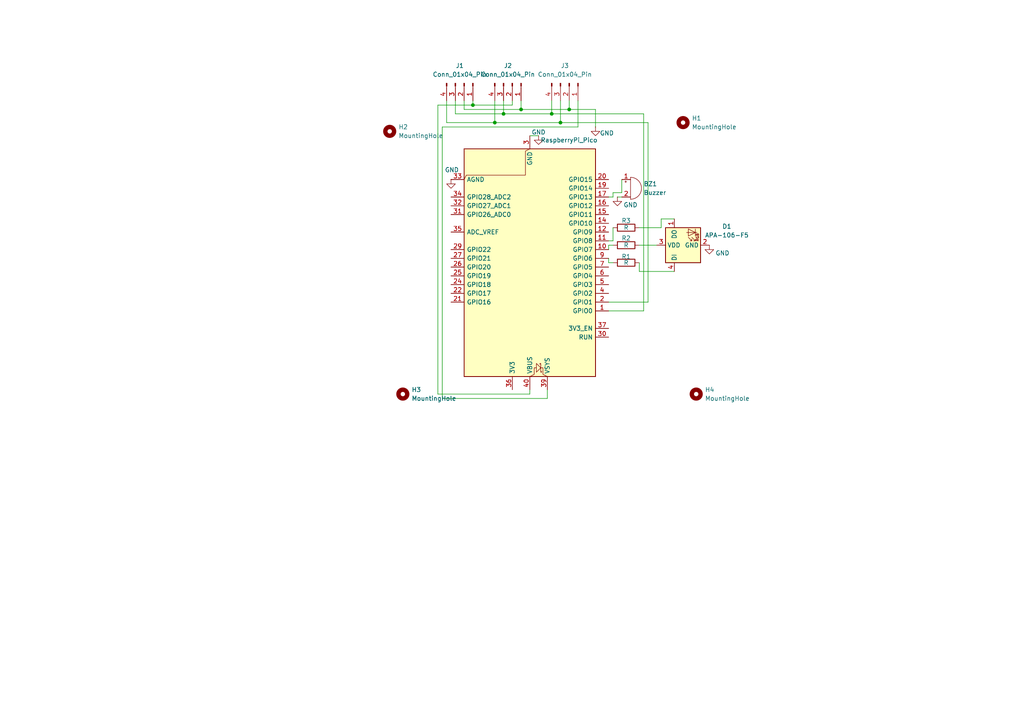
<source format=kicad_sch>
(kicad_sch (version 20250114) (generator "eeschema") (generator_version "9.0")
  (paper "A4")
  (lib_symbols
    (symbol "Connector:Conn_01x04_Pin" (pin_names (offset 1.016) (hide yes))
      (property "Reference" "J" (at 0 5.08 0))
      (property "Value" "Conn_01x04_Pin" (at 0 -7.62 0))
      (symbol "Conn_01x04_Pin_1_1"
        (rectangle (start 0.8636 2.667) (end 0 2.413) (stroke (width 0.1524)) (fill (type outline)))
        (rectangle (start 0.8636 0.127) (end 0 -0.127) (stroke (width 0.1524)) (fill (type outline)))
        (rectangle (start 0.8636 -2.413) (end 0 -2.667) (stroke (width 0.1524)) (fill (type outline)))
        (rectangle (start 0.8636 -4.953) (end 0 -5.207) (stroke (width 0.1524)) (fill (type outline)))
        (polyline (pts (xy 1.27 2.54) (xy 0.8636 2.54)) (stroke (width 0.1524)))
        (polyline (pts (xy 1.27 0) (xy 0.8636 0)) (stroke (width 0.1524)))
        (polyline (pts (xy 1.27 -2.54) (xy 0.8636 -2.54)) (stroke (width 0.1524)))
        (polyline (pts (xy 1.27 -5.08) (xy 0.8636 -5.08)) (stroke (width 0.1524)))
        (pin passive line (at 5.08 2.54 180) (length 3.81) (name "Pin_1") (number "1"))
        (pin passive line (at 5.08 0 180) (length 3.81) (name "Pin_2") (number "2"))
        (pin passive line (at 5.08 -2.54 180) (length 3.81) (name "Pin_3") (number "3"))
        (pin passive line (at 5.08 -5.08 180) (length 3.81) (name "Pin_4") (number "4"))
      )
    )
    (symbol "Device:Buzzer" (pin_names (offset 0.0254) (hide yes))
      (property "Reference" "BZ" (at 3.81 1.27 0))
      (property "Value" "Buzzer" (at 3.81 -1.27 0))
      (symbol "Buzzer_0_1"
        (polyline (pts (xy -1.651 1.905) (xy -1.143 1.905)))
        (polyline (pts (xy -1.397 2.159) (xy -1.397 1.651)))
        (arc (start 0 3.175) (mid 3.1612 0) (end 0 -3.175))
        (polyline (pts (xy 0 3.175) (xy 0 -3.175)))
      )
      (symbol "Buzzer_1_1"
        (pin passive line (at -2.54 2.54 0) (length 2.54) (name "+") (number "1"))
        (pin passive line (at -2.54 -2.54 0) (length 2.54) (name "-") (number "2"))
      )
    )
    (symbol "Device:R" (pin_numbers (hide yes)) (pin_names (offset 0))
      (property "Reference" "R" (at 2.032 0 90))
      (property "Value" "R" (at 0 0 90))
      (symbol "R_0_1"
        (rectangle (start -1.016 -2.54) (end 1.016 2.54) (stroke (width 0.254)))
      )
      (symbol "R_1_1"
        (pin passive line (at 0 3.81 270) (length 1.27) (name "~") (number "1"))
        (pin passive line (at 0 -3.81 90) (length 1.27) (name "~") (number "2"))
      )
    )
    (symbol "LED:APA-106-F5"
      (property "Reference" "D" (at 5.08 5.715 0))
      (property "Value" "APA-106-F5" (at 1.27 -5.715 0))
      (symbol "APA-106-F5_0_0"
        (text "RGB" (at 2.286 -4.191 0) (effects (font (size 0.762 0.762))))
      )
      (symbol "APA-106-F5_0_1"
        (polyline (pts (xy 1.27 -2.54) (xy 1.778 -2.54)))
        (polyline (pts (xy 1.27 -3.556) (xy 1.778 -3.556)))
        (polyline (pts (xy 2.286 -1.524) (xy 1.27 -2.54) (xy 1.27 -2.032)))
        (polyline (pts (xy 2.286 -2.54) (xy 1.27 -3.556) (xy 1.27 -3.048)))
        (polyline (pts (xy 3.683 -1.016) (xy 3.683 -3.556) (xy 3.683 -4.064)))
        (polyline (pts (xy 4.699 -1.524) (xy 2.667 -1.524) (xy 3.683 -3.556) (xy 4.699 -1.524)))
        (polyline (pts (xy 4.699 -3.556) (xy 2.667 -3.556)))
        (rectangle (start 5.08 5.08) (end -5.08 -5.08) (stroke (width 0.254)) (fill (type background)))
      )
      (symbol "APA-106-F5_1_1"
        (pin input line (at -7.62 2.54 0) (length 2.54) (name "DI") (number "4"))
        (pin power_in line (at 0 7.62 270) (length 2.54) (name "VDD") (number "3"))
        (pin power_in line (at 0 -7.62 90) (length 2.54) (name "GND") (number "2"))
        (pin output line (at 7.62 2.54 180) (length 2.54) (name "DO") (number "1"))
      )
    )
    (symbol "MCU_Module:RaspberryPi_Pico" (pin_names (offset 0.762))
      (property "Reference" "A" (at -19.05 35.56 0))
      (property "Value" "RaspberryPi_Pico" (at 7.62 35.56 0))
      (symbol "RaspberryPi_Pico_0_1"
        (rectangle (start -19.05 34.29) (end 19.05 -31.75) (stroke (width 0.254)) (fill (type background)))
        (polyline (pts (xy -5.08 34.29) (xy -3.81 33.655) (xy -3.81 31.75) (xy -3.175 31.75)))
        (polyline (pts (xy -3.429 32.766) (xy -3.429 33.02) (xy -3.175 33.02) (xy -3.175 30.48) (xy -2.921 30.48) (xy -2.921 30.734)))
        (polyline (pts (xy -3.175 31.75) (xy -1.905 33.02) (xy -1.905 30.48) (xy -3.175 31.75)))
        (polyline (pts (xy 0 34.29) (xy -1.27 33.655) (xy -1.27 31.75) (xy -1.905 31.75)))
        (polyline (pts (xy 0 -31.75) (xy 1.27 -31.115) (xy 1.27 -24.13) (xy 18.415 -24.13) (xy 19.05 -22.86)))
      )
      (symbol "RaspberryPi_Pico_1_1"
        (pin passive line (at -22.86 22.86 0) (length 3.81) (name "RUN") (number "30"))
        (pin passive line (at -22.86 20.32 0) (length 3.81) (name "3V3_EN") (number "37"))
        (pin bidirectional line (at -22.86 15.24 0) (length 3.81) (name "GPIO0") (number "1"))
        (pin bidirectional line (at -22.86 12.7 0) (length 3.81) (name "GPIO1") (number "2"))
        (pin bidirectional line (at -22.86 10.16 0) (length 3.81) (name "GPIO2") (number "4"))
        (pin bidirectional line (at -22.86 7.62 0) (length 3.81) (name "GPIO3") (number "5"))
        (pin bidirectional line (at -22.86 5.08 0) (length 3.81) (name "GPIO4") (number "6"))
        (pin bidirectional line (at -22.86 2.54 0) (length 3.81) (name "GPIO5") (number "7"))
        (pin bidirectional line (at -22.86 0 0) (length 3.81) (name "GPIO6") (number "9"))
        (pin bidirectional line (at -22.86 -2.54 0) (length 3.81) (name "GPIO7") (number "10"))
        (pin bidirectional line (at -22.86 -5.08 0) (length 3.81) (name "GPIO8") (number "11"))
        (pin bidirectional line (at -22.86 -7.62 0) (length 3.81) (name "GPIO9") (number "12"))
        (pin bidirectional line (at -22.86 -10.16 0) (length 3.81) (name "GPIO10") (number "14"))
        (pin bidirectional line (at -22.86 -12.7 0) (length 3.81) (name "GPIO11") (number "15"))
        (pin bidirectional line (at -22.86 -15.24 0) (length 3.81) (name "GPIO12") (number "16"))
        (pin bidirectional line (at -22.86 -17.78 0) (length 3.81) (name "GPIO13") (number "17"))
        (pin bidirectional line (at -22.86 -20.32 0) (length 3.81) (name "GPIO14") (number "19"))
        (pin bidirectional line (at -22.86 -22.86 0) (length 3.81) (name "GPIO15") (number "20"))
        (pin power_in line (at -5.08 38.1 270) (length 3.81) (name "VSYS") (number "39"))
        (pin power_out line (at 0 38.1 270) (length 3.81) (name "VBUS") (number "40"))
        (pin passive line (at 0 -35.56 90) (length 3.81) (hide yes) (name "GND") (number "13"))
        (pin passive line (at 0 -35.56 90) (length 3.81) (hide yes) (name "GND") (number "18"))
        (pin passive line (at 0 -35.56 90) (length 3.81) (hide yes) (name "GND") (number "23"))
        (pin passive line (at 0 -35.56 90) (length 3.81) (hide yes) (name "GND") (number "28"))
        (pin power_out line (at 0 -35.56 90) (length 3.81) (name "GND") (number "3"))
        (pin passive line (at 0 -35.56 90) (length 3.81) (hide yes) (name "GND") (number "38"))
        (pin passive line (at 0 -35.56 90) (length 3.81) (hide yes) (name "GND") (number "8"))
        (pin power_out line (at 5.08 38.1 270) (length 3.81) (name "3V3") (number "36"))
        (pin bidirectional line (at 22.86 12.7 180) (length 3.81) (name "GPIO16") (number "21"))
        (pin bidirectional line (at 22.86 10.16 180) (length 3.81) (name "GPIO17") (number "22"))
        (pin bidirectional line (at 22.86 7.62 180) (length 3.81) (name "GPIO18") (number "24"))
        (pin bidirectional line (at 22.86 5.08 180) (length 3.81) (name "GPIO19") (number "25"))
        (pin bidirectional line (at 22.86 2.54 180) (length 3.81) (name "GPIO20") (number "26"))
        (pin bidirectional line (at 22.86 0 180) (length 3.81) (name "GPIO21") (number "27"))
        (pin bidirectional line (at 22.86 -2.54 180) (length 3.81) (name "GPIO22") (number "29"))
        (pin power_in line (at 22.86 -7.62 180) (length 3.81) (name "ADC_VREF") (number "35"))
        (pin bidirectional line (at 22.86 -12.7 180) (length 3.81) (name "GPIO26_ADC0") (number "31"))
        (pin bidirectional line (at 22.86 -15.24 180) (length 3.81) (name "GPIO27_ADC1") (number "32"))
        (pin bidirectional line (at 22.86 -17.78 180) (length 3.81) (name "GPIO28_ADC2") (number "34"))
        (pin power_out line (at 22.86 -22.86 180) (length 3.81) (name "AGND") (number "33"))
      )
    )
    (symbol "Mechanical:MountingHole" (pin_names (offset 1.016)) (in_bom no)
      (property "Reference" "H" (at 0 5.08 0))
      (property "Value" "MountingHole" (at 0 3.175 0))
      (symbol "MountingHole_0_1"
        (circle (center 0 0) (radius 1.27) (stroke (width 1.27)))
      )
    )
    (symbol "power:GND" (power) (pin_numbers (hide yes)) (pin_names (offset 0) (hide yes))
      (property "Value" "GND" (at 0 -3.81 0))
      (symbol "GND_0_1"
        (polyline (pts (xy 0 0) (xy 0 -1.27) (xy 1.27 -1.27) (xy 0 -2.54) (xy -1.27 -1.27) (xy 0 -1.27)))
      )
      (symbol "GND_1_1"
        (pin power_in line (at 0 0 270) (length 0) (name "~") (number "1"))
      )
    )
  )
  (junction (at 146.05 33.02))
  (junction (at 165.1 31.75))
  (junction (at 162.56 35.56))
  (junction (at 160.02 33.02))
  (junction (at 137.16 30.48))
  (junction (at 143.51 35.56))
  (junction (at 151.13 31.75))
  (wire (pts (xy 191.77 66.04) (xy 191.77 63.5)))
  (wire (pts (xy 148.59 30.48) (xy 148.59 29.21)))
  (wire (pts (xy 153.67 114.3) (xy 127 114.3)))
  (wire (pts (xy 146.05 29.21) (xy 146.05 33.02)))
  (wire (pts (xy 134.62 29.21) (xy 134.62 31.75)))
  (wire (pts (xy 162.56 35.56) (xy 143.51 35.56)))
  (wire (pts (xy 165.1 31.75) (xy 172.72 31.75)))
  (wire (pts (xy 185.42 78.74) (xy 185.42 76.2)))
  (wire (pts (xy 165.1 29.21) (xy 165.1 31.75)))
  (wire (pts (xy 160.02 29.21) (xy 160.02 33.02)))
  (wire (pts (xy 177.8 71.12) (xy 176.53 71.12)))
  (wire (pts (xy 129.54 29.21) (xy 129.54 35.56)))
  (wire (pts (xy 176.53 76.2) (xy 176.53 74.93)))
  (wire (pts (xy 158.75 115.57) (xy 158.75 113.03)))
  (wire (pts (xy 187.96 87.63) (xy 187.96 35.56)))
  (wire (pts (xy 151.13 31.75) (xy 134.62 31.75)))
  (wire (pts (xy 153.67 113.03) (xy 153.67 114.3)))
  (wire (pts (xy 186.69 33.02) (xy 186.69 90.17)))
  (wire (pts (xy 143.51 29.21) (xy 143.51 35.56)))
  (wire (pts (xy 191.77 63.5) (xy 195.58 63.5)))
  (wire (pts (xy 143.51 35.56) (xy 129.54 35.56)))
  (wire (pts (xy 180.34 52.07) (xy 180.34 55.88)))
  (wire (pts (xy 185.42 71.12) (xy 190.5 71.12)))
  (wire (pts (xy 128.27 36.83) (xy 128.27 115.57)))
  (wire (pts (xy 180.34 55.88) (xy 177.8 55.88)))
  (wire (pts (xy 127 114.3) (xy 127 30.48)))
  (wire (pts (xy 176.53 76.2) (xy 177.8 76.2)))
  (wire (pts (xy 177.8 55.88) (xy 177.8 57.15)))
  (wire (pts (xy 128.27 115.57) (xy 158.75 115.57)))
  (wire (pts (xy 176.53 69.85) (xy 177.8 69.85)))
  (wire (pts (xy 165.1 31.75) (xy 151.13 31.75)))
  (wire (pts (xy 146.05 33.02) (xy 160.02 33.02)))
  (wire (pts (xy 185.42 66.04) (xy 191.77 66.04)))
  (wire (pts (xy 180.34 57.15) (xy 179.07 57.15)))
  (wire (pts (xy 137.16 29.21) (xy 137.16 30.48)))
  (wire (pts (xy 172.72 31.75) (xy 172.72 36.83)))
  (wire (pts (xy 151.13 29.21) (xy 151.13 31.75)))
  (wire (pts (xy 195.58 78.74) (xy 185.42 78.74)))
  (wire (pts (xy 177.8 66.04) (xy 177.8 69.85)))
  (wire (pts (xy 146.05 33.02) (xy 132.08 33.02)))
  (wire (pts (xy 186.69 90.17) (xy 176.53 90.17)))
  (wire (pts (xy 167.64 36.83) (xy 128.27 36.83)))
  (wire (pts (xy 160.02 33.02) (xy 186.69 33.02)))
  (wire (pts (xy 127 30.48) (xy 137.16 30.48)))
  (wire (pts (xy 167.64 29.21) (xy 167.64 36.83)))
  (wire (pts (xy 177.8 57.15) (xy 176.53 57.15)))
  (wire (pts (xy 176.53 71.12) (xy 176.53 72.39)))
  (wire (pts (xy 162.56 29.21) (xy 162.56 35.56)))
  (wire (pts (xy 137.16 30.48) (xy 148.59 30.48)))
  (wire (pts (xy 132.08 29.21) (xy 132.08 33.02)))
  (wire (pts (xy 187.96 35.56) (xy 162.56 35.56)))
  (wire (pts (xy 176.53 87.63) (xy 187.96 87.63)))
  (wire (pts (xy 153.67 39.37) (xy 156.21 39.37)))
  (symbol (lib_id "MCU_Module:RaspberryPi_Pico") (at 153.67 74.93 180) (unit 1)
    (property "Reference" "A1" (effects (hide yes)))
    (property "Value" "RaspberryPi_Pico" (at 156.7881 40.64 0) (effects (justify right)))
    (property "Footprint" "Module:RaspberryPi_Pico_Common_THT" (effects (hide yes)))
    (property "Datasheet" "https://datasheets.raspberrypi.com/pico/pico-datasheet.pdf" (effects (hide yes)))
    (property "Description" "Versatile and inexpensive microcontroller module powered by RP2040 dual-core Arm Cortex-M0+ processor up to 133 MHz, 264kB SRAM, 2MB QSPI flash; also supports Raspberry Pi Pico 2" (effects (hide yes)))
  )
  (symbol (lib_id "Device:R") (at 181.61 76.2 270) (unit 1)
    (property "Reference" "R1" (at 181.61 74.422 90))
    (property "Value" "R" (at 181.61 76.2 90))
    (property "Footprint" "Resistor_THT:R_Axial_DIN0207_L6.3mm_D2.5mm_P7.62mm_Horizontal" (effects (hide yes)))
    (property "Description" "Resistor" (effects (hide yes)))
  )
  (symbol (lib_id "Mechanical:MountingHole") (at 116.84 114.3 0) (unit 1) (in_bom no)
    (property "Reference" "H3" (at 119.38 113.0299 0) (effects (justify left)))
    (property "Value" "MountingHole" (at 119.38 115.5699 0) (effects (justify left)))
    (property "Footprint" "MountingHole:MountingHole_3.2mm_M3" (effects (hide yes)))
    (property "Description" "Mounting Hole without connection" (effects (hide yes)))
  )
  (symbol (lib_id "power:GND") (at 172.72 36.83 0) (unit 1)
    (property "Reference" "#PWR04" (effects (hide yes)))
    (property "Value" "GND" (at 176.022 38.608 0))
    (property "Description" "Power symbol creates a global label with name \"GND\" , ground" (effects (hide yes)))
  )
  (symbol (lib_id "Device:R") (at 181.61 71.12 270) (unit 1)
    (property "Reference" "R2" (at 181.61 69.088 90))
    (property "Value" "R" (at 181.61 71.12 90))
    (property "Footprint" "Resistor_THT:R_Axial_DIN0207_L6.3mm_D2.5mm_P7.62mm_Horizontal" (effects (hide yes)))
    (property "Description" "Resistor" (effects (hide yes)))
  )
  (symbol (lib_id "Mechanical:MountingHole") (at 201.93 114.3 0) (unit 1) (in_bom no)
    (property "Reference" "H4" (at 204.47 113.0299 0) (effects (justify left)))
    (property "Value" "MountingHole" (at 204.47 115.5699 0) (effects (justify left)))
    (property "Footprint" "MountingHole:MountingHole_3.2mm_M3" (effects (hide yes)))
    (property "Description" "Mounting Hole without connection" (effects (hide yes)))
  )
  (symbol (lib_id "power:GND") (at 130.81 52.07 0) (unit 1)
    (property "Reference" "#PWR01" (effects (hide yes)))
    (property "Value" "GND" (at 131.064 49.276 0))
    (property "Description" "Power symbol creates a global label with name \"GND\" , ground" (effects (hide yes)))
  )
  (symbol (lib_id "Connector:Conn_01x04_Pin") (at 134.62 24.13 270) (unit 1)
    (property "Reference" "J1" (at 133.35 19.05 90))
    (property "Value" "Conn_01x04_Pin" (at 133.35 21.59 90))
    (property "Footprint" "Connector_PinHeader_2.54mm:PinHeader_1x04_P2.54mm_Horizontal" (effects (hide yes)))
    (property "Description" "Generic connector, single row, 01x04, script generated" (effects (hide yes)))
  )
  (symbol (lib_id "Mechanical:MountingHole") (at 113.03 38.1 0) (unit 1) (in_bom no)
    (property "Reference" "H2" (at 115.57 36.8299 0) (effects (justify left)))
    (property "Value" "MountingHole" (at 115.57 39.3699 0) (effects (justify left)))
    (property "Footprint" "MountingHole:MountingHole_3.2mm_M3" (effects (hide yes)))
    (property "Description" "Mounting Hole without connection" (effects (hide yes)))
  )
  (symbol (lib_id "power:GND") (at 205.74 71.12 0) (unit 1)
    (property "Reference" "#PWR05" (effects (hide yes)))
    (property "Value" "GND" (at 209.55 73.406 0))
    (property "Description" "Power symbol creates a global label with name \"GND\" , ground" (effects (hide yes)))
  )
  (symbol (lib_id "Connector:Conn_01x04_Pin") (at 148.59 24.13 270) (unit 1)
    (property "Reference" "J2" (at 147.32 19.05 90))
    (property "Value" "Conn_01x04_Pin" (at 147.32 21.59 90))
    (property "Footprint" "Connector_PinHeader_2.54mm:PinHeader_1x04_P2.54mm_Horizontal" (effects (hide yes)))
    (property "Description" "Generic connector, single row, 01x04, script generated" (effects (hide yes)))
  )
  (symbol (lib_id "power:GND") (at 179.07 57.15 0) (unit 1)
    (property "Reference" "#PWR03" (effects (hide yes)))
    (property "Value" "GND" (at 182.88 59.436 0))
    (property "Description" "Power symbol creates a global label with name \"GND\" , ground" (effects (hide yes)))
  )
  (symbol (lib_id "Connector:Conn_01x04_Pin") (at 165.1 24.13 270) (unit 1)
    (property "Reference" "J3" (at 163.83 19.05 90))
    (property "Value" "Conn_01x04_Pin" (at 163.83 21.59 90))
    (property "Footprint" "Connector_PinHeader_2.54mm:PinHeader_1x04_P2.54mm_Horizontal" (effects (hide yes)))
    (property "Description" "Generic connector, single row, 01x04, script generated" (effects (hide yes)))
  )
  (symbol (lib_id "power:GND") (at 156.21 39.37 0) (unit 1)
    (property "Reference" "#PWR02" (effects (hide yes)))
    (property "Value" "GND" (at 156.21 38.354 0))
    (property "Description" "Power symbol creates a global label with name \"GND\" , ground" (effects (hide yes)))
  )
  (symbol (lib_id "Mechanical:MountingHole") (at 198.12 35.56 0) (unit 1) (in_bom no)
    (property "Reference" "H1" (at 200.66 34.2899 0) (effects (justify left)))
    (property "Value" "MountingHole" (at 200.66 36.8299 0) (effects (justify left)))
    (property "Footprint" "MountingHole:MountingHole_3.2mm_M3" (effects (hide yes)))
    (property "Description" "Mounting Hole without connection" (effects (hide yes)))
  )
  (symbol (lib_id "LED:APA-106-F5") (at 198.12 71.12 90) (unit 1)
    (property "Reference" "D1" (at 210.82 65.6746 90))
    (property "Value" "APA-106-F5" (at 210.82 68.2146 90))
    (property "Footprint" "LED_THT:LED_D5.0mm-4_RGB_Wide_Pins" (effects (hide yes)))
    (property "Datasheet" "https://cdn.sparkfun.com/datasheets/Components/LED/COM-12877.pdf" (effects (hide yes)))
    (property "Description" "RGB LED with integrated controller, 5mm Package" (effects (hide yes)))
  )
  (symbol (lib_id "Device:Buzzer") (at 182.88 54.61 0) (unit 1)
    (property "Reference" "BZ1" (at 186.69 53.3399 0) (effects (justify left)))
    (property "Value" "Buzzer" (at 186.69 55.8799 0) (effects (justify left)))
    (property "Footprint" "Buzzer_Beeper:Buzzer_12x9.5RM7.6" (effects (hide yes)))
    (property "Description" "Buzzer, polarized" (effects (hide yes)))
  )
  (symbol (lib_id "Device:R") (at 181.61 66.04 270) (unit 1)
    (property "Reference" "R3" (at 181.61 64.008 90))
    (property "Value" "R" (at 181.61 66.04 90))
    (property "Footprint" "Resistor_THT:R_Axial_DIN0207_L6.3mm_D2.5mm_P7.62mm_Horizontal" (effects (hide yes)))
    (property "Description" "Resistor" (effects (hide yes)))
  )
)
</source>
